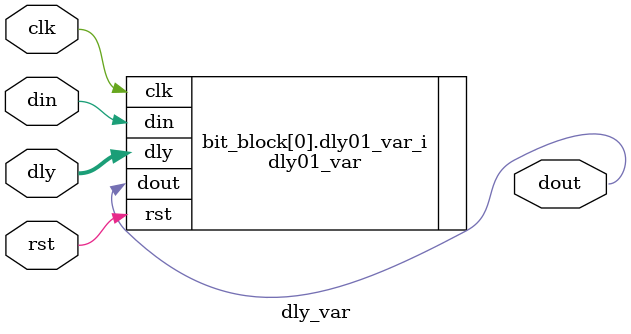
<source format=v>

/*!
 * <b>Module:</b>dly_var
 * @file dly_var.v
 * @author Andrey Filippov
 *
 * @brief Synchronous delay by 1-16 clock cycles with reset (will map to primitives)
 *
 * @copyright Copyright (c) 2016 Elphel, Inc.
 *
 * <b>License:</b>
 *
 * dly_var.v is free software; you can redistribute it and/or modify
 * it under the terms of the GNU General Public License as published by
 * the Free Software Foundation, either version 3 of the License, or
 * (at your option) any later version.
 *
 *  dly_var.v is distributed in the hope that it will be useful,
 * but WITHOUT ANY WARRANTY; without even the implied warranty of
 * MERCHANTABILITY or FITNESS FOR A PARTICULAR PURPOSE.  See the
 * GNU General Public License for more details.
 *
 * You should have received a copy of the GNU General Public License
 * along with this program.  If not, see <http://www.gnu.org/licenses/> .
 *
 * Additional permission under GNU GPL version 3 section 7:
 * If you modify this Program, or any covered work, by linking or combining it
 * with independent modules provided by the FPGA vendor only (this permission
 * does not extend to any 3-rd party modules, "soft cores" or macros) under
 * different license terms solely for the purpose of generating binary "bitstream"
 * files and/or simulating the code, the copyright holders of this Program give
 * you the right to distribute the covered work without those independent modules
 * as long as the source code for them is available from the FPGA vendor free of
 * charge, and there is no dependence on any encrypted modules for simulating of
 * the combined code. This permission applies to you if the distributed code
 * contains all the components and scripts required to completely simulate it
 * with at least one of the Free Software programs.
 */
`timescale 1ns/1ps

module  dly_var #(
    parameter WIDTH =     1,
    parameter DLY_WIDTH = 4
)(
    input                 clk,
    input                 rst,
    input [DLY_WIDTH-1:0] dly,
    input     [WIDTH-1:0] din,
    output    [WIDTH-1:0] dout
);
  generate
    genvar i;
    for (i=0; i < WIDTH; i=i+1) begin: bit_block
        dly01_var #(
            .WIDTH (DLY_WIDTH)
         ) dly01_var_i ( 
            .clk(clk), // input
            .rst(rst), // input
            .dly(dly), // input[3:0] 
            .din(din[i]), // input
            .dout(dout[i]) // output reg 
        );
    end
  endgenerate
endmodule


</source>
